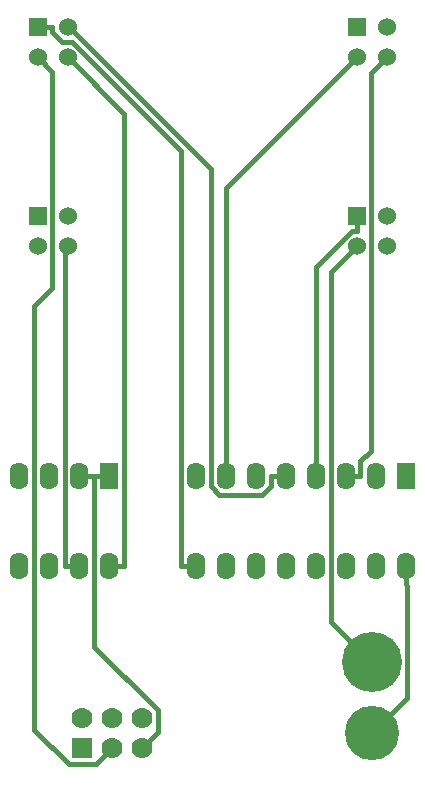
<source format=gtl>
G04 (created by PCBNEW (2013-mar-13)-testing) date Tue 05 Aug 2014 04:20:57 PM PDT*
%MOIN*%
G04 Gerber Fmt 3.4, Leading zero omitted, Abs format*
%FSLAX34Y34*%
G01*
G70*
G90*
G04 APERTURE LIST*
%ADD10C,0.005906*%
%ADD11R,0.060000X0.060000*%
%ADD12C,0.060000*%
%ADD13R,0.070000X0.070000*%
%ADD14C,0.070000*%
%ADD15C,0.200000*%
%ADD16C,0.181100*%
%ADD17R,0.062000X0.090000*%
%ADD18O,0.062000X0.090000*%
%ADD19C,0.015000*%
G04 APERTURE END LIST*
G54D10*
G54D11*
X21744Y-24500D03*
G54D12*
X22744Y-24500D03*
X21744Y-25500D03*
X22744Y-25500D03*
G54D11*
X21744Y-30799D03*
G54D12*
X22744Y-30799D03*
X21744Y-31799D03*
X22744Y-31799D03*
G54D11*
X32374Y-24500D03*
G54D12*
X33374Y-24500D03*
X32374Y-25500D03*
X33374Y-25500D03*
G54D11*
X32374Y-30799D03*
G54D12*
X33374Y-30799D03*
X32374Y-31799D03*
X33374Y-31799D03*
G54D13*
X23212Y-48531D03*
G54D14*
X23212Y-47531D03*
X24212Y-48531D03*
X24212Y-47531D03*
X25212Y-48531D03*
X25212Y-47531D03*
G54D15*
X32874Y-45669D03*
G54D16*
X32874Y-48031D03*
G54D17*
X34011Y-39444D03*
G54D18*
X33011Y-39444D03*
X32011Y-39444D03*
X31011Y-39444D03*
X30011Y-39444D03*
X29011Y-39444D03*
X28011Y-39444D03*
X27011Y-39444D03*
X27011Y-42444D03*
X28011Y-42444D03*
X29011Y-42444D03*
X30011Y-42444D03*
X31011Y-42444D03*
X32011Y-42444D03*
X33011Y-42444D03*
X34011Y-42444D03*
G54D17*
X24137Y-39444D03*
G54D18*
X23137Y-39444D03*
X22137Y-39444D03*
X21137Y-39444D03*
X21137Y-42444D03*
X22137Y-42444D03*
X23137Y-42444D03*
X24137Y-42444D03*
G54D19*
X27011Y-42444D02*
X26526Y-42444D01*
X21744Y-24500D02*
X22219Y-24500D01*
X34060Y-46844D02*
X32874Y-48031D01*
X34060Y-43119D02*
X34060Y-46844D01*
X34011Y-43070D02*
X34060Y-43119D01*
X34011Y-42444D02*
X34011Y-43070D01*
X26526Y-28605D02*
X26526Y-42444D01*
X22896Y-24975D02*
X26526Y-28605D01*
X22545Y-24975D02*
X22896Y-24975D01*
X22219Y-24648D02*
X22545Y-24975D01*
X22219Y-24500D02*
X22219Y-24648D01*
X22779Y-24500D02*
X22744Y-24500D01*
X27511Y-29232D02*
X22779Y-24500D01*
X27511Y-39779D02*
X27511Y-29232D01*
X27806Y-40073D02*
X27511Y-39779D01*
X29231Y-40073D02*
X27806Y-40073D01*
X29526Y-39778D02*
X29231Y-40073D01*
X29526Y-39444D02*
X29526Y-39778D01*
X30011Y-39444D02*
X29526Y-39444D01*
X28011Y-29862D02*
X32374Y-25500D01*
X28011Y-39444D02*
X28011Y-29862D01*
X23137Y-39444D02*
X23637Y-39444D01*
X23637Y-39444D02*
X24137Y-39444D01*
X25741Y-48002D02*
X25212Y-48531D01*
X25741Y-47246D02*
X25741Y-48002D01*
X23637Y-45142D02*
X25741Y-47246D01*
X23637Y-39444D02*
X23637Y-45142D01*
X24622Y-27378D02*
X22744Y-25500D01*
X24622Y-42444D02*
X24622Y-27378D01*
X24137Y-42444D02*
X24622Y-42444D01*
X22652Y-31890D02*
X22744Y-31799D01*
X22652Y-42444D02*
X22652Y-31890D01*
X23137Y-42444D02*
X22652Y-42444D01*
X32849Y-26024D02*
X33374Y-25500D01*
X32849Y-38607D02*
X32849Y-26024D01*
X32496Y-38959D02*
X32849Y-38607D01*
X32496Y-39444D02*
X32496Y-38959D01*
X32011Y-39444D02*
X32496Y-39444D01*
X32225Y-31274D02*
X32374Y-31274D01*
X31011Y-32488D02*
X32225Y-31274D01*
X31011Y-39444D02*
X31011Y-32488D01*
X32374Y-30799D02*
X32374Y-31274D01*
X22219Y-25975D02*
X21744Y-25500D01*
X22219Y-33194D02*
X22219Y-25975D01*
X21637Y-33775D02*
X22219Y-33194D01*
X21637Y-47913D02*
X21637Y-33775D01*
X22781Y-49056D02*
X21637Y-47913D01*
X23687Y-49056D02*
X22781Y-49056D01*
X24212Y-48531D02*
X23687Y-49056D01*
X31511Y-32661D02*
X32374Y-31799D01*
X31511Y-44307D02*
X31511Y-32661D01*
X32874Y-45669D02*
X31511Y-44307D01*
M02*

</source>
